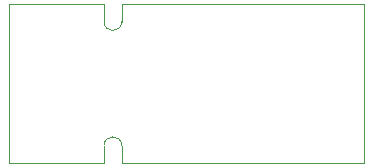
<source format=gbr>
%TF.GenerationSoftware,KiCad,Pcbnew,7.0.9*%
%TF.CreationDate,2024-09-12T17:06:43+08:00*%
%TF.ProjectId,FlyingStone-clone-01,466c7969-6e67-4537-946f-6e652d636c6f,rev?*%
%TF.SameCoordinates,Original*%
%TF.FileFunction,Profile,NP*%
%FSLAX46Y46*%
G04 Gerber Fmt 4.6, Leading zero omitted, Abs format (unit mm)*
G04 Created by KiCad (PCBNEW 7.0.9) date 2024-09-12 17:06:43*
%MOMM*%
%LPD*%
G01*
G04 APERTURE LIST*
%TA.AperFunction,Profile*%
%ADD10C,0.100000*%
%TD*%
G04 APERTURE END LIST*
D10*
X130000000Y-113500000D02*
X109500000Y-113500000D01*
X109500000Y-113500000D02*
X109500000Y-112000000D01*
X109500000Y-100000000D02*
X130000000Y-100000000D01*
X108000000Y-112000000D02*
X108000000Y-113500000D01*
X100000000Y-100000000D02*
X108000000Y-100000000D01*
X100000000Y-113500000D02*
X108000000Y-113500000D01*
X130000000Y-100000000D02*
X130000000Y-113500000D01*
X108000000Y-100000000D02*
X108000000Y-101500000D01*
X108000000Y-101500000D02*
G75*
G03*
X109500000Y-101500000I750000J0D01*
G01*
X100000000Y-100000000D02*
X100000000Y-113500000D01*
X109500000Y-112000000D02*
G75*
G03*
X108000000Y-112000000I-750000J0D01*
G01*
X109500000Y-101500000D02*
X109500000Y-100000000D01*
M02*

</source>
